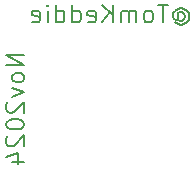
<source format=gbo>
G04 #@! TF.GenerationSoftware,KiCad,Pcbnew,8.0.5-1.fc40*
G04 #@! TF.CreationDate,2024-11-04T14:35:02-08:00*
G04 #@! TF.ProjectId,baggage-label-blank,62616767-6167-4652-9d6c-6162656c2d62,rev?*
G04 #@! TF.SameCoordinates,Original*
G04 #@! TF.FileFunction,Legend,Bot*
G04 #@! TF.FilePolarity,Positive*
%FSLAX46Y46*%
G04 Gerber Fmt 4.6, Leading zero omitted, Abs format (unit mm)*
G04 Created by KiCad (PCBNEW 8.0.5-1.fc40) date 2024-11-04 14:35:02*
%MOMM*%
%LPD*%
G01*
G04 APERTURE LIST*
%ADD10C,0.150000*%
G04 APERTURE END LIST*
D10*
X52686128Y-55464286D02*
X51186128Y-55464286D01*
X51186128Y-55464286D02*
X52686128Y-56321429D01*
X52686128Y-56321429D02*
X51186128Y-56321429D01*
X52686128Y-57250001D02*
X52614700Y-57107144D01*
X52614700Y-57107144D02*
X52543271Y-57035715D01*
X52543271Y-57035715D02*
X52400414Y-56964287D01*
X52400414Y-56964287D02*
X51971842Y-56964287D01*
X51971842Y-56964287D02*
X51828985Y-57035715D01*
X51828985Y-57035715D02*
X51757557Y-57107144D01*
X51757557Y-57107144D02*
X51686128Y-57250001D01*
X51686128Y-57250001D02*
X51686128Y-57464287D01*
X51686128Y-57464287D02*
X51757557Y-57607144D01*
X51757557Y-57607144D02*
X51828985Y-57678573D01*
X51828985Y-57678573D02*
X51971842Y-57750001D01*
X51971842Y-57750001D02*
X52400414Y-57750001D01*
X52400414Y-57750001D02*
X52543271Y-57678573D01*
X52543271Y-57678573D02*
X52614700Y-57607144D01*
X52614700Y-57607144D02*
X52686128Y-57464287D01*
X52686128Y-57464287D02*
X52686128Y-57250001D01*
X51686128Y-58250001D02*
X52686128Y-58607144D01*
X52686128Y-58607144D02*
X51686128Y-58964287D01*
X51328985Y-59464287D02*
X51257557Y-59535715D01*
X51257557Y-59535715D02*
X51186128Y-59678573D01*
X51186128Y-59678573D02*
X51186128Y-60035715D01*
X51186128Y-60035715D02*
X51257557Y-60178573D01*
X51257557Y-60178573D02*
X51328985Y-60250001D01*
X51328985Y-60250001D02*
X51471842Y-60321430D01*
X51471842Y-60321430D02*
X51614700Y-60321430D01*
X51614700Y-60321430D02*
X51828985Y-60250001D01*
X51828985Y-60250001D02*
X52686128Y-59392858D01*
X52686128Y-59392858D02*
X52686128Y-60321430D01*
X51186128Y-61250001D02*
X51186128Y-61392858D01*
X51186128Y-61392858D02*
X51257557Y-61535715D01*
X51257557Y-61535715D02*
X51328985Y-61607144D01*
X51328985Y-61607144D02*
X51471842Y-61678572D01*
X51471842Y-61678572D02*
X51757557Y-61750001D01*
X51757557Y-61750001D02*
X52114700Y-61750001D01*
X52114700Y-61750001D02*
X52400414Y-61678572D01*
X52400414Y-61678572D02*
X52543271Y-61607144D01*
X52543271Y-61607144D02*
X52614700Y-61535715D01*
X52614700Y-61535715D02*
X52686128Y-61392858D01*
X52686128Y-61392858D02*
X52686128Y-61250001D01*
X52686128Y-61250001D02*
X52614700Y-61107144D01*
X52614700Y-61107144D02*
X52543271Y-61035715D01*
X52543271Y-61035715D02*
X52400414Y-60964286D01*
X52400414Y-60964286D02*
X52114700Y-60892858D01*
X52114700Y-60892858D02*
X51757557Y-60892858D01*
X51757557Y-60892858D02*
X51471842Y-60964286D01*
X51471842Y-60964286D02*
X51328985Y-61035715D01*
X51328985Y-61035715D02*
X51257557Y-61107144D01*
X51257557Y-61107144D02*
X51186128Y-61250001D01*
X51328985Y-62321429D02*
X51257557Y-62392857D01*
X51257557Y-62392857D02*
X51186128Y-62535715D01*
X51186128Y-62535715D02*
X51186128Y-62892857D01*
X51186128Y-62892857D02*
X51257557Y-63035715D01*
X51257557Y-63035715D02*
X51328985Y-63107143D01*
X51328985Y-63107143D02*
X51471842Y-63178572D01*
X51471842Y-63178572D02*
X51614700Y-63178572D01*
X51614700Y-63178572D02*
X51828985Y-63107143D01*
X51828985Y-63107143D02*
X52686128Y-62250000D01*
X52686128Y-62250000D02*
X52686128Y-63178572D01*
X51686128Y-64464286D02*
X52686128Y-64464286D01*
X51114700Y-64107143D02*
X52186128Y-63750000D01*
X52186128Y-63750000D02*
X52186128Y-64678571D01*
X65678570Y-51971842D02*
X65749999Y-51900414D01*
X65749999Y-51900414D02*
X65892856Y-51828985D01*
X65892856Y-51828985D02*
X66035713Y-51828985D01*
X66035713Y-51828985D02*
X66178570Y-51900414D01*
X66178570Y-51900414D02*
X66249999Y-51971842D01*
X66249999Y-51971842D02*
X66321427Y-52114700D01*
X66321427Y-52114700D02*
X66321427Y-52257557D01*
X66321427Y-52257557D02*
X66249999Y-52400414D01*
X66249999Y-52400414D02*
X66178570Y-52471842D01*
X66178570Y-52471842D02*
X66035713Y-52543271D01*
X66035713Y-52543271D02*
X65892856Y-52543271D01*
X65892856Y-52543271D02*
X65749999Y-52471842D01*
X65749999Y-52471842D02*
X65678570Y-52400414D01*
X65678570Y-51828985D02*
X65678570Y-52400414D01*
X65678570Y-52400414D02*
X65607142Y-52471842D01*
X65607142Y-52471842D02*
X65535713Y-52471842D01*
X65535713Y-52471842D02*
X65392856Y-52400414D01*
X65392856Y-52400414D02*
X65321427Y-52257557D01*
X65321427Y-52257557D02*
X65321427Y-51900414D01*
X65321427Y-51900414D02*
X65464285Y-51686128D01*
X65464285Y-51686128D02*
X65678570Y-51543271D01*
X65678570Y-51543271D02*
X65964285Y-51471842D01*
X65964285Y-51471842D02*
X66249999Y-51543271D01*
X66249999Y-51543271D02*
X66464285Y-51686128D01*
X66464285Y-51686128D02*
X66607142Y-51900414D01*
X66607142Y-51900414D02*
X66678570Y-52186128D01*
X66678570Y-52186128D02*
X66607142Y-52471842D01*
X66607142Y-52471842D02*
X66464285Y-52686128D01*
X66464285Y-52686128D02*
X66249999Y-52828985D01*
X66249999Y-52828985D02*
X65964285Y-52900414D01*
X65964285Y-52900414D02*
X65678570Y-52828985D01*
X65678570Y-52828985D02*
X65464285Y-52686128D01*
X64892856Y-51186128D02*
X64035714Y-51186128D01*
X64464285Y-52686128D02*
X64464285Y-51186128D01*
X63321428Y-52686128D02*
X63464285Y-52614700D01*
X63464285Y-52614700D02*
X63535714Y-52543271D01*
X63535714Y-52543271D02*
X63607142Y-52400414D01*
X63607142Y-52400414D02*
X63607142Y-51971842D01*
X63607142Y-51971842D02*
X63535714Y-51828985D01*
X63535714Y-51828985D02*
X63464285Y-51757557D01*
X63464285Y-51757557D02*
X63321428Y-51686128D01*
X63321428Y-51686128D02*
X63107142Y-51686128D01*
X63107142Y-51686128D02*
X62964285Y-51757557D01*
X62964285Y-51757557D02*
X62892857Y-51828985D01*
X62892857Y-51828985D02*
X62821428Y-51971842D01*
X62821428Y-51971842D02*
X62821428Y-52400414D01*
X62821428Y-52400414D02*
X62892857Y-52543271D01*
X62892857Y-52543271D02*
X62964285Y-52614700D01*
X62964285Y-52614700D02*
X63107142Y-52686128D01*
X63107142Y-52686128D02*
X63321428Y-52686128D01*
X62178571Y-52686128D02*
X62178571Y-51686128D01*
X62178571Y-51828985D02*
X62107142Y-51757557D01*
X62107142Y-51757557D02*
X61964285Y-51686128D01*
X61964285Y-51686128D02*
X61749999Y-51686128D01*
X61749999Y-51686128D02*
X61607142Y-51757557D01*
X61607142Y-51757557D02*
X61535714Y-51900414D01*
X61535714Y-51900414D02*
X61535714Y-52686128D01*
X61535714Y-51900414D02*
X61464285Y-51757557D01*
X61464285Y-51757557D02*
X61321428Y-51686128D01*
X61321428Y-51686128D02*
X61107142Y-51686128D01*
X61107142Y-51686128D02*
X60964285Y-51757557D01*
X60964285Y-51757557D02*
X60892856Y-51900414D01*
X60892856Y-51900414D02*
X60892856Y-52686128D01*
X60178571Y-52686128D02*
X60178571Y-51186128D01*
X59321428Y-52686128D02*
X59964285Y-51828985D01*
X59321428Y-51186128D02*
X60178571Y-52043271D01*
X58107142Y-52614700D02*
X58249999Y-52686128D01*
X58249999Y-52686128D02*
X58535714Y-52686128D01*
X58535714Y-52686128D02*
X58678571Y-52614700D01*
X58678571Y-52614700D02*
X58749999Y-52471842D01*
X58749999Y-52471842D02*
X58749999Y-51900414D01*
X58749999Y-51900414D02*
X58678571Y-51757557D01*
X58678571Y-51757557D02*
X58535714Y-51686128D01*
X58535714Y-51686128D02*
X58249999Y-51686128D01*
X58249999Y-51686128D02*
X58107142Y-51757557D01*
X58107142Y-51757557D02*
X58035714Y-51900414D01*
X58035714Y-51900414D02*
X58035714Y-52043271D01*
X58035714Y-52043271D02*
X58749999Y-52186128D01*
X56750000Y-52686128D02*
X56750000Y-51186128D01*
X56750000Y-52614700D02*
X56892857Y-52686128D01*
X56892857Y-52686128D02*
X57178571Y-52686128D01*
X57178571Y-52686128D02*
X57321428Y-52614700D01*
X57321428Y-52614700D02*
X57392857Y-52543271D01*
X57392857Y-52543271D02*
X57464285Y-52400414D01*
X57464285Y-52400414D02*
X57464285Y-51971842D01*
X57464285Y-51971842D02*
X57392857Y-51828985D01*
X57392857Y-51828985D02*
X57321428Y-51757557D01*
X57321428Y-51757557D02*
X57178571Y-51686128D01*
X57178571Y-51686128D02*
X56892857Y-51686128D01*
X56892857Y-51686128D02*
X56750000Y-51757557D01*
X55392857Y-52686128D02*
X55392857Y-51186128D01*
X55392857Y-52614700D02*
X55535714Y-52686128D01*
X55535714Y-52686128D02*
X55821428Y-52686128D01*
X55821428Y-52686128D02*
X55964285Y-52614700D01*
X55964285Y-52614700D02*
X56035714Y-52543271D01*
X56035714Y-52543271D02*
X56107142Y-52400414D01*
X56107142Y-52400414D02*
X56107142Y-51971842D01*
X56107142Y-51971842D02*
X56035714Y-51828985D01*
X56035714Y-51828985D02*
X55964285Y-51757557D01*
X55964285Y-51757557D02*
X55821428Y-51686128D01*
X55821428Y-51686128D02*
X55535714Y-51686128D01*
X55535714Y-51686128D02*
X55392857Y-51757557D01*
X54678571Y-52686128D02*
X54678571Y-51686128D01*
X54678571Y-51186128D02*
X54749999Y-51257557D01*
X54749999Y-51257557D02*
X54678571Y-51328985D01*
X54678571Y-51328985D02*
X54607142Y-51257557D01*
X54607142Y-51257557D02*
X54678571Y-51186128D01*
X54678571Y-51186128D02*
X54678571Y-51328985D01*
X53392856Y-52614700D02*
X53535713Y-52686128D01*
X53535713Y-52686128D02*
X53821428Y-52686128D01*
X53821428Y-52686128D02*
X53964285Y-52614700D01*
X53964285Y-52614700D02*
X54035713Y-52471842D01*
X54035713Y-52471842D02*
X54035713Y-51900414D01*
X54035713Y-51900414D02*
X53964285Y-51757557D01*
X53964285Y-51757557D02*
X53821428Y-51686128D01*
X53821428Y-51686128D02*
X53535713Y-51686128D01*
X53535713Y-51686128D02*
X53392856Y-51757557D01*
X53392856Y-51757557D02*
X53321428Y-51900414D01*
X53321428Y-51900414D02*
X53321428Y-52043271D01*
X53321428Y-52043271D02*
X54035713Y-52186128D01*
M02*

</source>
